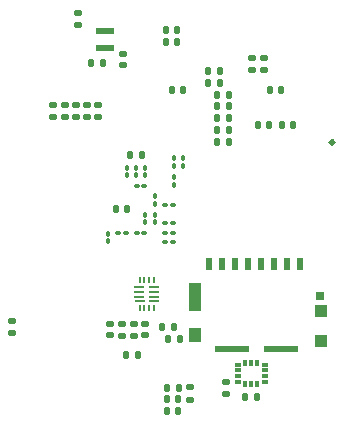
<source format=gbr>
%TF.GenerationSoftware,KiCad,Pcbnew,8.0.1*%
%TF.CreationDate,2024-03-29T03:09:59+00:00*%
%TF.ProjectId,watch_main,77617463-685f-46d6-9169-6e2e6b696361,rev?*%
%TF.SameCoordinates,Original*%
%TF.FileFunction,Soldermask,Bot*%
%TF.FilePolarity,Negative*%
%FSLAX46Y46*%
G04 Gerber Fmt 4.6, Leading zero omitted, Abs format (unit mm)*
G04 Created by KiCad (PCBNEW 8.0.1) date 2024-03-29 03:09:59*
%MOMM*%
%LPD*%
G01*
G04 APERTURE LIST*
G04 Aperture macros list*
%AMRoundRect*
0 Rectangle with rounded corners*
0 $1 Rounding radius*
0 $2 $3 $4 $5 $6 $7 $8 $9 X,Y pos of 4 corners*
0 Add a 4 corners polygon primitive as box body*
4,1,4,$2,$3,$4,$5,$6,$7,$8,$9,$2,$3,0*
0 Add four circle primitives for the rounded corners*
1,1,$1+$1,$2,$3*
1,1,$1+$1,$4,$5*
1,1,$1+$1,$6,$7*
1,1,$1+$1,$8,$9*
0 Add four rect primitives between the rounded corners*
20,1,$1+$1,$2,$3,$4,$5,0*
20,1,$1+$1,$4,$5,$6,$7,0*
20,1,$1+$1,$6,$7,$8,$9,0*
20,1,$1+$1,$8,$9,$2,$3,0*%
G04 Aperture macros list end*
%ADD10C,0.304800*%
%ADD11R,1.600000X0.550000*%
%ADD12RoundRect,0.135000X-0.185000X0.135000X-0.185000X-0.135000X0.185000X-0.135000X0.185000X0.135000X0*%
%ADD13RoundRect,0.100000X0.100000X-0.130000X0.100000X0.130000X-0.100000X0.130000X-0.100000X-0.130000X0*%
%ADD14RoundRect,0.140000X-0.140000X-0.170000X0.140000X-0.170000X0.140000X0.170000X-0.140000X0.170000X0*%
%ADD15RoundRect,0.135000X-0.135000X-0.185000X0.135000X-0.185000X0.135000X0.185000X-0.135000X0.185000X0*%
%ADD16RoundRect,0.140000X0.170000X-0.140000X0.170000X0.140000X-0.170000X0.140000X-0.170000X-0.140000X0*%
%ADD17RoundRect,0.140000X-0.170000X0.140000X-0.170000X-0.140000X0.170000X-0.140000X0.170000X0.140000X0*%
%ADD18RoundRect,0.140000X0.140000X0.170000X-0.140000X0.170000X-0.140000X-0.170000X0.140000X-0.170000X0*%
%ADD19R,0.900000X0.220000*%
%ADD20R,0.850000X0.220000*%
%ADD21R,0.220000X0.550000*%
%ADD22RoundRect,0.100000X-0.130000X-0.100000X0.130000X-0.100000X0.130000X0.100000X-0.130000X0.100000X0*%
%ADD23RoundRect,0.135000X0.185000X-0.135000X0.185000X0.135000X-0.185000X0.135000X-0.185000X-0.135000X0*%
%ADD24R,0.533400X0.304800*%
%ADD25R,0.304800X0.533400*%
%ADD26RoundRect,0.135000X0.135000X0.185000X-0.135000X0.185000X-0.135000X-0.185000X0.135000X-0.185000X0*%
%ADD27RoundRect,0.100000X0.130000X0.100000X-0.130000X0.100000X-0.130000X-0.100000X0.130000X-0.100000X0*%
%ADD28RoundRect,0.100000X-0.100000X0.130000X-0.100000X-0.130000X0.100000X-0.130000X0.100000X0.130000X0*%
%ADD29R,0.500000X1.000000*%
%ADD30R,0.720000X0.780000*%
%ADD31R,1.050000X1.080000*%
%ADD32R,1.050000X1.105000*%
%ADD33R,1.050000X1.200000*%
%ADD34R,1.050000X2.390000*%
%ADD35R,2.910000X0.550000*%
G04 APERTURE END LIST*
%TO.C,MIC1201*%
D10*
X165752400Y-90343600D02*
G75*
G02*
X165447600Y-90343600I-152400J0D01*
G01*
X165447600Y-90343600D02*
G75*
G02*
X165752400Y-90343600I152400J0D01*
G01*
%TD*%
D11*
%TO.C,L301*%
X146400000Y-82325000D03*
X146400000Y-80875000D03*
%TD*%
D12*
%TO.C,R302*%
X145800000Y-87190000D03*
X145800000Y-88210000D03*
%TD*%
D13*
%TO.C,C909*%
X150600000Y-97120000D03*
X150600000Y-96480000D03*
%TD*%
D14*
%TO.C,C206*%
X161320000Y-88900000D03*
X162280000Y-88900000D03*
%TD*%
%TO.C,C305*%
X145220000Y-83600000D03*
X146180000Y-83600000D03*
%TD*%
D12*
%TO.C,R303*%
X142950000Y-87200000D03*
X142950000Y-88220000D03*
%TD*%
D15*
%TO.C,R1403*%
X151590000Y-111100000D03*
X152610000Y-111100000D03*
%TD*%
D12*
%TO.C,R1404*%
X153600000Y-111090000D03*
X153600000Y-112110000D03*
%TD*%
D15*
%TO.C,R206*%
X155890000Y-89300000D03*
X156910000Y-89300000D03*
%TD*%
D16*
%TO.C,C403*%
X146800000Y-106680000D03*
X146800000Y-105720000D03*
%TD*%
D14*
%TO.C,C1003*%
X152020000Y-85900000D03*
X152980000Y-85900000D03*
%TD*%
D13*
%TO.C,C912*%
X149800000Y-97120000D03*
X149800000Y-96480000D03*
%TD*%
D17*
%TO.C,C1304*%
X156599874Y-110650000D03*
X156599874Y-111610000D03*
%TD*%
D15*
%TO.C,R1402*%
X151190000Y-106000000D03*
X152210000Y-106000000D03*
%TD*%
D18*
%TO.C,C1401*%
X152580000Y-112100000D03*
X151620000Y-112100000D03*
%TD*%
D19*
%TO.C,IC1102*%
X149300000Y-103800000D03*
D20*
X149275000Y-103400000D03*
X149275000Y-103000000D03*
X149275000Y-102600000D03*
D21*
X149300000Y-102025000D03*
X149700000Y-102025000D03*
X150100000Y-102025000D03*
X150500000Y-102025000D03*
D20*
X150525000Y-102600000D03*
X150525000Y-103000000D03*
X150525000Y-103400000D03*
X150525000Y-103800000D03*
D21*
X150500000Y-104375000D03*
X150100000Y-104375000D03*
X149700000Y-104375000D03*
X149300000Y-104375000D03*
%TD*%
D13*
%TO.C,C908*%
X149800000Y-93120000D03*
X149800000Y-92480000D03*
%TD*%
D16*
%TO.C,C1005*%
X147900000Y-83780000D03*
X147900000Y-82820000D03*
%TD*%
D22*
%TO.C,C903*%
X151480000Y-98000000D03*
X152120000Y-98000000D03*
%TD*%
%TO.C,C910*%
X151480000Y-98800000D03*
X152120000Y-98800000D03*
%TD*%
D16*
%TO.C,C203*%
X158800000Y-84180000D03*
X158800000Y-83220000D03*
%TD*%
D15*
%TO.C,R806*%
X155890000Y-87300000D03*
X156910000Y-87300000D03*
%TD*%
D23*
%TO.C,R805*%
X147800000Y-106710000D03*
X147800000Y-105690000D03*
%TD*%
D22*
%TO.C,C911*%
X151480000Y-95600000D03*
X152120000Y-95600000D03*
%TD*%
D24*
%TO.C,U1301*%
X159881600Y-109149811D03*
X159881600Y-109649937D03*
X159881600Y-110150063D03*
X159881600Y-110650189D03*
D25*
X159251426Y-110789000D03*
X158751300Y-110789000D03*
X158251174Y-110789000D03*
D24*
X157621000Y-110650189D03*
X157621000Y-110150063D03*
X157621000Y-109649937D03*
X157621000Y-109149811D03*
D25*
X158251174Y-109011000D03*
X158751300Y-109011000D03*
X159251426Y-109011000D03*
%TD*%
D18*
%TO.C,C208*%
X160280000Y-88900000D03*
X159320000Y-88900000D03*
%TD*%
D26*
%TO.C,R1401*%
X152710000Y-107000000D03*
X151690000Y-107000000D03*
%TD*%
D15*
%TO.C,R808*%
X155890000Y-86300000D03*
X156910000Y-86300000D03*
%TD*%
D27*
%TO.C,C904*%
X149720000Y-94000000D03*
X149080000Y-94000000D03*
%TD*%
D23*
%TO.C,R401*%
X138500000Y-106510000D03*
X138500000Y-105490000D03*
%TD*%
D22*
%TO.C,C905*%
X151480000Y-97200000D03*
X152120000Y-97200000D03*
%TD*%
D17*
%TO.C,C1102*%
X149800000Y-105710000D03*
X149800000Y-106670000D03*
%TD*%
D27*
%TO.C,C919*%
X148120000Y-98000000D03*
X147480000Y-98000000D03*
%TD*%
D22*
%TO.C,C901*%
X149080000Y-98000000D03*
X149720000Y-98000000D03*
%TD*%
D18*
%TO.C,C913*%
X148280000Y-96000000D03*
X147320000Y-96000000D03*
%TD*%
%TO.C,C917*%
X149480000Y-91400000D03*
X148520000Y-91400000D03*
%TD*%
%TO.C,C1302*%
X159231300Y-111900000D03*
X158271300Y-111900000D03*
%TD*%
D28*
%TO.C,C915*%
X150600000Y-94880000D03*
X150600000Y-95520000D03*
%TD*%
%TO.C,C920*%
X152200000Y-93280000D03*
X152200000Y-93920000D03*
%TD*%
D16*
%TO.C,C302*%
X144100000Y-80380000D03*
X144100000Y-79420000D03*
%TD*%
D18*
%TO.C,C1002*%
X152480000Y-80800000D03*
X151520000Y-80800000D03*
%TD*%
D23*
%TO.C,R807*%
X148800000Y-106710000D03*
X148800000Y-105690000D03*
%TD*%
D13*
%TO.C,C902*%
X153000000Y-92320000D03*
X153000000Y-91680000D03*
%TD*%
D28*
%TO.C,C918*%
X148200000Y-92480000D03*
X148200000Y-93120000D03*
%TD*%
D15*
%TO.C,R101*%
X148190000Y-108300000D03*
X149210000Y-108300000D03*
%TD*%
D18*
%TO.C,C1402*%
X152580000Y-113100000D03*
X151620000Y-113100000D03*
%TD*%
D12*
%TO.C,R304*%
X143900000Y-87200000D03*
X143900000Y-88220000D03*
%TD*%
D13*
%TO.C,C916*%
X146600000Y-98720000D03*
X146600000Y-98080000D03*
%TD*%
D12*
%TO.C,R301*%
X144850000Y-87200000D03*
X144850000Y-88220000D03*
%TD*%
D15*
%TO.C,R803*%
X155090000Y-85300000D03*
X156110000Y-85300000D03*
%TD*%
D16*
%TO.C,C201*%
X159800000Y-84180000D03*
X159800000Y-83220000D03*
%TD*%
D29*
%TO.C,J1101*%
X162850000Y-100628285D03*
X161750000Y-100628285D03*
X160650000Y-100628285D03*
X159550000Y-100628285D03*
X158450000Y-100628285D03*
X157350000Y-100628285D03*
X156250000Y-100628285D03*
X155150000Y-100628285D03*
D30*
X164610000Y-103308285D03*
D31*
X164625000Y-104578285D03*
D32*
X164625000Y-107140785D03*
D33*
X153975000Y-106618285D03*
D34*
X153975000Y-103433285D03*
D35*
X161286000Y-107863285D03*
X157096000Y-107863285D03*
%TD*%
D18*
%TO.C,C204*%
X161280000Y-85900000D03*
X160320000Y-85900000D03*
%TD*%
D13*
%TO.C,C907*%
X149000000Y-93120000D03*
X149000000Y-92480000D03*
%TD*%
D15*
%TO.C,R801*%
X155090000Y-84300000D03*
X156110000Y-84300000D03*
%TD*%
D13*
%TO.C,C914*%
X152200000Y-92320000D03*
X152200000Y-91680000D03*
%TD*%
D15*
%TO.C,R205*%
X155890000Y-90300000D03*
X156910000Y-90300000D03*
%TD*%
%TO.C,R204*%
X155890000Y-88300000D03*
X156910000Y-88300000D03*
%TD*%
D12*
%TO.C,R305*%
X142000000Y-87190000D03*
X142000000Y-88210000D03*
%TD*%
D18*
%TO.C,C1004*%
X152480000Y-81799293D03*
X151520000Y-81799293D03*
%TD*%
M02*

</source>
